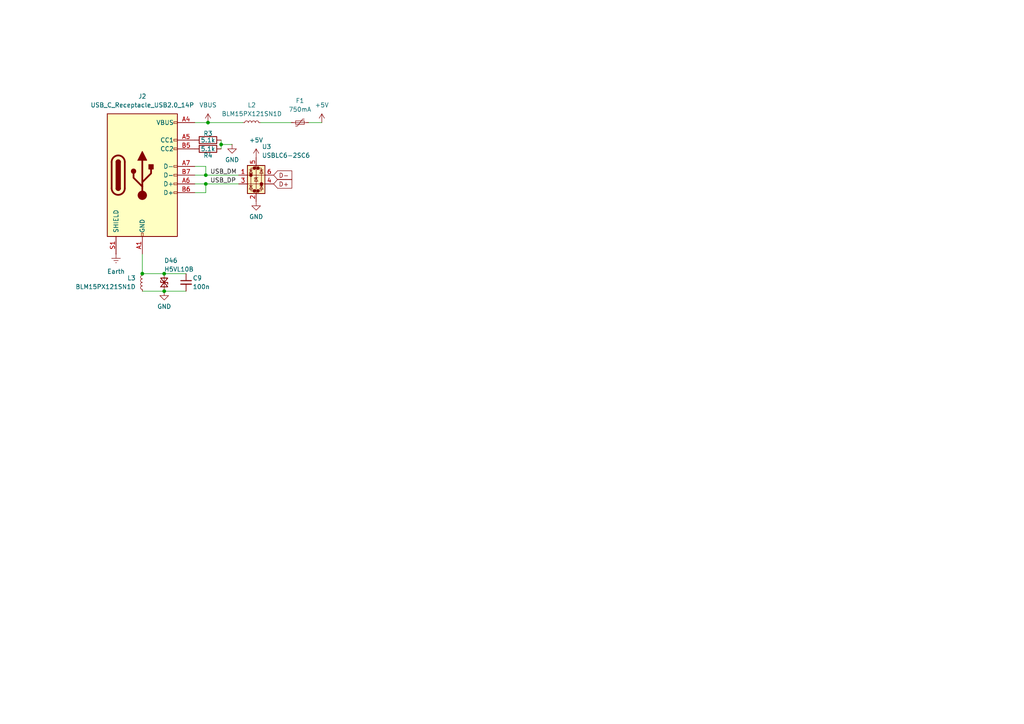
<source format=kicad_sch>
(kicad_sch (version 20250114) (generator "eeschema") (generator_version "9.0")
  (paper "A4")
  (lib_symbols
    (symbol "Connector:USB_C_Receptacle_USB2.0_14P" (pin_names (offset 1.016))
      (property "Reference" "J" (at 0 22.225 0))
      (property "Value" "USB_C_Receptacle_USB2.0_14P" (at 0 19.685 0))
      (symbol "USB_C_Receptacle_USB2.0_14P_0_0"
        (rectangle (start -0.254 -17.78) (end 0.254 -16.764))
        (rectangle (start 10.16 15.494) (end 9.144 14.986))
        (rectangle (start 10.16 10.414) (end 9.144 9.906))
        (rectangle (start 10.16 7.874) (end 9.144 7.366))
        (rectangle (start 10.16 2.794) (end 9.144 2.286))
        (rectangle (start 10.16 0.254) (end 9.144 -0.254))
        (rectangle (start 10.16 -2.286) (end 9.144 -2.794))
        (rectangle (start 10.16 -4.826) (end 9.144 -5.334))
      )
      (symbol "USB_C_Receptacle_USB2.0_14P_0_1"
        (rectangle (start -10.16 17.78) (end 10.16 -17.78) (stroke (width 0.254)) (fill (type background)))
        (polyline (pts (xy -8.89 -3.81) (xy -8.89 3.81)) (stroke (width 0.508)))
        (rectangle (start -7.62 -3.81) (end -6.35 3.81) (stroke (width 0.254)) (fill (type outline)))
        (arc (start -7.62 3.81) (mid -6.985 4.4423) (end -6.35 3.81) (stroke (width 0.254)))
        (arc (start -7.62 3.81) (mid -6.985 4.4423) (end -6.35 3.81) (stroke (width 0.254)) (fill (type outline)))
        (arc (start -8.89 3.81) (mid -6.985 5.7067) (end -5.08 3.81) (stroke (width 0.508)))
        (arc (start -5.08 -3.81) (mid -6.985 -5.7067) (end -8.89 -3.81) (stroke (width 0.508)))
        (arc (start -6.35 -3.81) (mid -6.985 -4.4423) (end -7.62 -3.81) (stroke (width 0.254)))
        (arc (start -6.35 -3.81) (mid -6.985 -4.4423) (end -7.62 -3.81) (stroke (width 0.254)) (fill (type outline)))
        (polyline (pts (xy -5.08 3.81) (xy -5.08 -3.81)) (stroke (width 0.508)))
        (circle (center -2.54 1.143) (radius 0.635) (stroke (width 0.254)) (fill (type outline)))
        (polyline (pts (xy -1.27 4.318) (xy 0 6.858) (xy 1.27 4.318) (xy -1.27 4.318)) (stroke (width 0.254)) (fill (type outline)))
        (polyline (pts (xy 0 -2.032) (xy 2.54 0.508) (xy 2.54 1.778)) (stroke (width 0.508)))
        (polyline (pts (xy 0 -3.302) (xy -2.54 -0.762) (xy -2.54 0.508)) (stroke (width 0.508)))
        (polyline (pts (xy 0 -5.842) (xy 0 4.318)) (stroke (width 0.508)))
        (circle (center 0 -5.842) (radius 1.27) (fill (type outline)))
        (rectangle (start 1.905 1.778) (end 3.175 3.048) (stroke (width 0.254)) (fill (type outline)))
      )
      (symbol "USB_C_Receptacle_USB2.0_14P_1_1"
        (pin passive line (at -7.62 -22.86 90) (length 5.08) (name "SHIELD") (number "S1"))
        (pin passive line (at 0 -22.86 90) (length 5.08) (name "GND") (number "A1"))
        (pin passive line (at 0 -22.86 90) (length 5.08) (hide yes) (name "GND") (number "A12"))
        (pin passive line (at 0 -22.86 90) (length 5.08) (hide yes) (name "GND") (number "B1"))
        (pin passive line (at 0 -22.86 90) (length 5.08) (hide yes) (name "GND") (number "B12"))
        (pin passive line (at 15.24 15.24 180) (length 5.08) (name "VBUS") (number "A4"))
        (pin passive line (at 15.24 15.24 180) (length 5.08) (hide yes) (name "VBUS") (number "A9"))
        (pin passive line (at 15.24 15.24 180) (length 5.08) (hide yes) (name "VBUS") (number "B4"))
        (pin passive line (at 15.24 15.24 180) (length 5.08) (hide yes) (name "VBUS") (number "B9"))
        (pin bidirectional line (at 15.24 10.16 180) (length 5.08) (name "CC1") (number "A5"))
        (pin bidirectional line (at 15.24 7.62 180) (length 5.08) (name "CC2") (number "B5"))
        (pin bidirectional line (at 15.24 2.54 180) (length 5.08) (name "D-") (number "A7"))
        (pin bidirectional line (at 15.24 0 180) (length 5.08) (name "D-") (number "B7"))
        (pin bidirectional line (at 15.24 -2.54 180) (length 5.08) (name "D+") (number "A6"))
        (pin bidirectional line (at 15.24 -5.08 180) (length 5.08) (name "D+") (number "B6"))
      )
    )
    (symbol "Device:C_Small" (pin_numbers (hide yes)) (pin_names (offset 0.254) (hide yes))
      (property "Reference" "C" (at 0.254 1.778 0))
      (property "Value" "C_Small" (at 0.254 -2.032 0))
      (symbol "C_Small_0_1"
        (polyline (pts (xy -1.524 0.508) (xy 1.524 0.508)) (stroke (width 0.3048)))
        (polyline (pts (xy -1.524 -0.508) (xy 1.524 -0.508)) (stroke (width 0.3302)))
      )
      (symbol "C_Small_1_1"
        (pin passive line (at 0 2.54 270) (length 2.032) (name "~") (number "1"))
        (pin passive line (at 0 -2.54 90) (length 2.032) (name "~") (number "2"))
      )
    )
    (symbol "Device:D_TVS_Small" (pin_numbers (hide yes)) (pin_names (offset 1.016) (hide yes))
      (property "Reference" "D" (at 0 2.54 0))
      (property "Value" "D_TVS_Small" (at 0 -2.54 0))
      (symbol "D_TVS_Small_0_1"
        (polyline (pts (xy -1.27 1.016) (xy -1.27 -1.016) (xy 1.27 1.016) (xy 1.27 -1.016) (xy -1.27 1.016)) (stroke (width 0.254)))
        (polyline (pts (xy -1.27 0) (xy 1.27 0)))
        (polyline (pts (xy 0.508 1.016) (xy 0 1.016) (xy 0 -1.016) (xy -0.508 -1.016)) (stroke (width 0.254)))
      )
      (symbol "D_TVS_Small_1_1"
        (pin passive line (at -2.54 0 0) (length 1.27) (name "A1") (number "1"))
        (pin passive line (at 2.54 0 180) (length 1.27) (name "A2") (number "2"))
      )
    )
    (symbol "Device:L_Small" (pin_numbers (hide yes)) (pin_names (offset 0.254) (hide yes))
      (property "Reference" "L" (at 0.762 1.016 0))
      (property "Value" "L_Small" (at 0.762 -1.016 0))
      (symbol "L_Small_0_1"
        (arc (start 0 2.032) (mid 0.5058 1.524) (end 0 1.016))
        (arc (start 0 1.016) (mid 0.5058 0.508) (end 0 0))
        (arc (start 0 0) (mid 0.5058 -0.508) (end 0 -1.016))
        (arc (start 0 -1.016) (mid 0.5058 -1.524) (end 0 -2.032))
      )
      (symbol "L_Small_1_1"
        (pin passive line (at 0 2.54 270) (length 0.508) (name "~") (number "1"))
        (pin passive line (at 0 -2.54 90) (length 0.508) (name "~") (number "2"))
      )
    )
    (symbol "Device:Polyfuse_Small" (pin_numbers (hide yes)) (pin_names (offset 0))
      (property "Reference" "F" (at -1.905 0 90))
      (property "Value" "Polyfuse_Small" (at 1.905 0 90))
      (symbol "Polyfuse_Small_0_1"
        (polyline (pts (xy -1.016 1.27) (xy -1.016 0.762) (xy 1.016 -0.762) (xy 1.016 -1.27)))
        (rectangle (start -0.508 1.27) (end 0.508 -1.27))
        (polyline (pts (xy 0 2.54) (xy 0 -2.54)))
      )
      (symbol "Polyfuse_Small_1_1"
        (pin passive line (at 0 2.54 270) (length 0.635) (name "~") (number "1"))
        (pin passive line (at 0 -2.54 90) (length 0.635) (name "~") (number "2"))
      )
    )
    (symbol "Device:R" (pin_numbers (hide yes)) (pin_names (offset 0))
      (property "Reference" "R" (at 2.032 0 90))
      (property "Value" "R" (at 0 0 90))
      (symbol "R_0_1"
        (rectangle (start -1.016 -2.54) (end 1.016 2.54) (stroke (width 0.254)))
      )
      (symbol "R_1_1"
        (pin passive line (at 0 3.81 270) (length 1.27) (name "~") (number "1"))
        (pin passive line (at 0 -3.81 90) (length 1.27) (name "~") (number "2"))
      )
    )
    (symbol "Power_Protection:USBLC6-2SC6" (pin_names (hide yes))
      (property "Reference" "U" (at 0.635 5.715 0))
      (property "Value" "USBLC6-2SC6" (at 0.635 3.81 0))
      (symbol "USBLC6-2SC6_0_0"
        (circle (center -1.524 0) (radius 0.0001) (stroke (width 0.508)))
        (circle (center -0.508 2.032) (radius 0.0001) (stroke (width 0.508)))
        (circle (center -0.508 -4.572) (radius 0.0001) (stroke (width 0.508)))
        (circle (center 0.508 2.032) (radius 0.0001) (stroke (width 0.508)))
        (circle (center 0.508 -4.572) (radius 0.0001) (stroke (width 0.508)))
        (circle (center 1.524 -2.54) (radius 0.0001) (stroke (width 0.508)))
      )
      (symbol "USBLC6-2SC6_0_1"
        (polyline (pts (xy -2.54 0) (xy 2.54 0)))
        (polyline (pts (xy -2.54 -2.54) (xy 2.54 -2.54)))
        (polyline (pts (xy -2.032 0.508) (xy -1.016 0.508) (xy -1.524 1.524) (xy -2.032 0.508)))
        (polyline (pts (xy -2.032 -3.048) (xy -1.016 -3.048)))
        (polyline (pts (xy -1.016 1.524) (xy -2.032 1.524)))
        (polyline (pts (xy -1.016 -4.064) (xy -2.032 -4.064) (xy -1.524 -3.048) (xy -1.016 -4.064)))
        (polyline (pts (xy -0.508 -1.143) (xy -0.508 -0.762) (xy 0.508 -0.762)))
        (polyline (pts (xy 0 2.54) (xy -0.508 2.032) (xy 0.508 2.032) (xy 0 1.524) (xy 0 -4.064) (xy -0.508 -4.572) (xy 0.508 -4.572) (xy 0 -5.08)))
        (polyline (pts (xy 0.508 -1.778) (xy -0.508 -1.778) (xy 0 -0.762) (xy 0.508 -1.778)))
        (polyline (pts (xy 1.016 1.524) (xy 2.032 1.524)))
        (polyline (pts (xy 1.016 -3.048) (xy 2.032 -3.048)))
        (polyline (pts (xy 2.032 0.508) (xy 1.016 0.508) (xy 1.524 1.524) (xy 2.032 0.508)))
        (polyline (pts (xy 2.032 -4.064) (xy 1.016 -4.064) (xy 1.524 -3.048) (xy 2.032 -4.064)))
      )
      (symbol "USBLC6-2SC6_1_1"
        (rectangle (start -2.54 2.794) (end 2.54 -5.334) (stroke (width 0.254)) (fill (type background)))
        (polyline (pts (xy -0.508 2.032) (xy -1.524 2.032) (xy -1.524 -4.572) (xy -0.508 -4.572)))
        (polyline (pts (xy 0.508 -4.572) (xy 1.524 -4.572) (xy 1.524 2.032) (xy 0.508 2.032)))
        (pin passive line (at -5.08 0 0) (length 2.54) (name "I/O1") (number "1"))
        (pin passive line (at -5.08 -2.54 0) (length 2.54) (name "I/O2") (number "3"))
        (pin passive line (at 0 5.08 270) (length 2.54) (name "VBUS") (number "5"))
        (pin passive line (at 0 -7.62 90) (length 2.54) (name "GND") (number "2"))
        (pin passive line (at 5.08 0 180) (length 2.54) (name "I/O1") (number "6"))
        (pin passive line (at 5.08 -2.54 180) (length 2.54) (name "I/O2") (number "4"))
      )
    )
    (symbol "power:+5V" (power) (pin_numbers (hide yes)) (pin_names (offset 0) (hide yes))
      (property "Value" "+5V" (at 0 3.556 0))
      (symbol "+5V_0_1"
        (polyline (pts (xy -0.762 1.27) (xy 0 2.54)))
        (polyline (pts (xy 0 2.54) (xy 0.762 1.27)))
        (polyline (pts (xy 0 0) (xy 0 2.54)))
      )
      (symbol "+5V_1_1"
        (pin power_in line (at 0 0 90) (length 0) (name "~") (number "1"))
      )
    )
    (symbol "power:Earth" (power) (pin_numbers (hide yes)) (pin_names (offset 0) (hide yes))
      (property "Value" "Earth" (at 0 -3.81 0))
      (symbol "Earth_0_1"
        (polyline (pts (xy -0.635 -1.905) (xy 0.635 -1.905)))
        (polyline (pts (xy -0.127 -2.54) (xy 0.127 -2.54)))
        (polyline (pts (xy 0 -1.27) (xy 0 0)))
        (polyline (pts (xy 1.27 -1.27) (xy -1.27 -1.27)))
      )
      (symbol "Earth_1_1"
        (pin power_in line (at 0 0 270) (length 0) (name "~") (number "1"))
      )
    )
    (symbol "power:GND" (power) (pin_numbers (hide yes)) (pin_names (offset 0) (hide yes))
      (property "Value" "GND" (at 0 -3.81 0))
      (symbol "GND_0_1"
        (polyline (pts (xy 0 0) (xy 0 -1.27) (xy 1.27 -1.27) (xy 0 -2.54) (xy -1.27 -1.27) (xy 0 -1.27)))
      )
      (symbol "GND_1_1"
        (pin power_in line (at 0 0 270) (length 0) (name "~") (number "1"))
      )
    )
    (symbol "power:VBUS" (power) (pin_numbers (hide yes)) (pin_names (offset 0) (hide yes))
      (property "Value" "VBUS" (at 0 3.556 0))
      (symbol "VBUS_0_1"
        (polyline (pts (xy -0.762 1.27) (xy 0 2.54)))
        (polyline (pts (xy 0 2.54) (xy 0.762 1.27)))
        (polyline (pts (xy 0 0) (xy 0 2.54)))
      )
      (symbol "VBUS_1_1"
        (pin power_in line (at 0 0 90) (length 0) (name "~") (number "1"))
      )
    )
  )
  (junction (at 59.69 53.34))
  (junction (at 60.325 35.56))
  (junction (at 64.135 41.91))
  (junction (at 41.275 79.375))
  (junction (at 47.625 79.375))
  (junction (at 47.625 84.455))
  (junction (at 59.69 50.8))
  (wire (pts (xy 67.31 41.91) (xy 64.135 41.91)))
  (wire (pts (xy 41.275 79.375) (xy 47.625 79.375)))
  (wire (pts (xy 59.69 50.8) (xy 69.215 50.8)))
  (wire (pts (xy 75.565 35.56) (xy 84.455 35.56)))
  (wire (pts (xy 59.69 55.88) (xy 59.69 53.34)))
  (wire (pts (xy 41.275 84.455) (xy 47.625 84.455)))
  (wire (pts (xy 56.515 53.34) (xy 59.69 53.34)))
  (wire (pts (xy 64.135 41.91) (xy 64.135 40.64)))
  (wire (pts (xy 60.325 35.56) (xy 70.485 35.56)))
  (wire (pts (xy 59.69 50.8) (xy 59.69 48.26)))
  (wire (pts (xy 89.535 35.56) (xy 93.345 35.56)))
  (wire (pts (xy 64.135 41.91) (xy 64.135 43.18)))
  (wire (pts (xy 56.515 50.8) (xy 59.69 50.8)))
  (wire (pts (xy 47.625 79.375) (xy 53.975 79.375)))
  (wire (pts (xy 56.515 55.88) (xy 59.69 55.88)))
  (wire (pts (xy 59.69 48.26) (xy 56.515 48.26)))
  (wire (pts (xy 56.515 35.56) (xy 60.325 35.56)))
  (wire (pts (xy 41.275 79.375) (xy 41.275 73.66)))
  (wire (pts (xy 59.69 53.34) (xy 69.215 53.34)))
  (wire (pts (xy 47.625 84.455) (xy 53.975 84.455)))
  (label "USB_DM" (at 60.96 50.8 0))
  (label "USB_DP" (at 60.96 53.34 0))
  (global_label "D+" (shape input) (at 79.375 53.34 0) (property "Intersheetrefs" "${INTERSHEET_REFS}" (effects (hide yes))))
  (global_label "D-" (shape input) (at 79.375 50.8 0) (property "Intersheetrefs" "${INTERSHEET_REFS}" (effects (hide yes))))
  (symbol (lib_id "power:GND") (at 47.625 84.455 0) (unit 1)
    (property "Reference" "#PWR022" (effects (hide yes)))
    (property "Value" "GND" (at 47.625 88.9 0))
    (property "Description" "Power symbol creates a global label with name \"GND\" , ground" (effects (hide yes)))
  )
  (symbol (lib_id "Device:D_TVS_Small") (at 47.625 81.915 90) (unit 1)
    (property "Reference" "D46" (at 47.625 75.565 90) (effects (justify right)))
    (property "Value" "H5VL10B" (at 47.625 78.105 90) (effects (justify right)))
    (property "Footprint" "Diode_SMD:D_SOD-882" (effects (hide yes)))
    (property "Description" "Bidirectional transient-voltage-suppression diode, small symbol" (effects (hide yes)))
  )
  (symbol (lib_id "Device:L_Small") (at 73.025 35.56 90) (unit 1)
    (property "Reference" "L2" (at 73.025 30.48 90))
    (property "Value" "BLM15PX121SN1D" (at 73.025 33.02 90))
    (property "Footprint" "Inductor_SMD:L_0402_1005Metric" (effects (hide yes)))
    (property "Description" "Inductor, small symbol" (effects (hide yes)))
  )
  (symbol (lib_id "Device:Polyfuse_Small") (at 86.995 35.56 90) (unit 1)
    (property "Reference" "F1" (at 86.995 29.21 90))
    (property "Value" "750mA" (at 86.995 31.75 90))
    (property "Footprint" "Fuse:Fuse_0805_2012Metric" (effects (hide yes)))
    (property "Description" "Resettable fuse, polymeric positive temperature coefficient, small symbol" (effects (hide yes)))
  )
  (symbol (lib_id "power:Earth") (at 33.655 73.66 0) (unit 1)
    (property "Reference" "#PWR021" (effects (hide yes)))
    (property "Value" "Earth" (at 33.655 78.74 0))
    (property "Description" "Power symbol creates a global label with name \"Earth\"" (effects (hide yes)))
  )
  (symbol (lib_id "power:GND") (at 67.31 41.91 0) (unit 1)
    (property "Reference" "#PWR018" (effects (hide yes)))
    (property "Value" "GND" (at 67.31 46.355 0))
    (property "Description" "Power symbol creates a global label with name \"GND\" , ground" (effects (hide yes)))
  )
  (symbol (lib_id "Device:C_Small") (at 53.975 81.915 0) (unit 1)
    (property "Reference" "C9" (at 55.88 80.645 0) (effects (justify left)))
    (property "Value" "100n" (at 55.88 83.185 0) (effects (justify left)))
    (property "Footprint" "Capacitor_SMD:C_0402_1005Metric" (effects (hide yes)))
  )
  (symbol (lib_id "Power_Protection:USBLC6-2SC6") (at 74.295 50.8 0) (unit 1)
    (property "Reference" "U3" (at 75.9461 42.545 0) (effects (justify left)))
    (property "Value" "USBLC6-2SC6" (at 75.9461 45.085 0) (effects (justify left)))
    (property "Footprint" "Package_TO_SOT_SMD:SOT-23-6" (effects (hide yes)))
    (property "Datasheet" "https://www.st.com/resource/en/datasheet/usblc6-2.pdf" (effects (hide yes)))
    (property "Description" "Very low capacitance ESD protection diode, 2 data-line, SOT-23-6" (effects (hide yes)))
  )
  (symbol (lib_id "Device:R") (at 60.325 40.64 270) (unit 1)
    (property "Reference" "R3" (at 60.325 38.735 90))
    (property "Value" "5.1k" (at 60.325 40.64 90))
    (property "Footprint" "Resistor_SMD:R_0603_1608Metric" (effects (hide yes)))
    (property "Description" "Resistor" (effects (hide yes)))
  )
  (symbol (lib_id "Device:L_Small") (at 41.275 81.915 0) (mirror y) (unit 1)
    (property "Reference" "L3" (at 39.37 80.6449 0) (effects (justify left)))
    (property "Value" "BLM15PX121SN1D" (at 39.37 83.1849 0) (effects (justify left)))
    (property "Footprint" "Inductor_SMD:L_0402_1005Metric" (effects (hide yes)))
    (property "Description" "Inductor, small symbol" (effects (hide yes)))
  )
  (symbol (lib_id "power:+5V") (at 93.345 35.56 0) (unit 1)
    (property "Reference" "#PWR017" (effects (hide yes)))
    (property "Value" "+5V" (at 93.345 30.48 0))
    (property "Description" "Power symbol creates a global label with name \"+5V\"" (effects (hide yes)))
  )
  (symbol (lib_id "power:+5V") (at 74.295 45.72 0) (unit 1)
    (property "Reference" "#PWR019" (effects (hide yes)))
    (property "Value" "+5V" (at 74.295 40.64 0))
    (property "Description" "Power symbol creates a global label with name \"+5V\"" (effects (hide yes)))
  )
  (symbol (lib_id "power:VBUS") (at 60.325 35.56 0) (unit 1)
    (property "Reference" "#PWR016" (effects (hide yes)))
    (property "Value" "VBUS" (at 60.325 30.48 0))
    (property "Description" "Power symbol creates a global label with name \"VBUS\"" (effects (hide yes)))
  )
  (symbol (lib_id "Connector:USB_C_Receptacle_USB2.0_14P") (at 41.275 50.8 0) (unit 1)
    (property "Reference" "J2" (at 41.275 27.94 0))
    (property "Value" "USB_C_Receptacle_USB2.0_14P" (at 41.275 30.48 0))
    (property "Footprint" "Connector_USB:USB_C_Receptacle_G-Switch_GT-USB-7010ASV" (effects (hide yes)))
    (property "Datasheet" "https://www.usb.org/sites/default/files/documents/usb_type-c.zip" (effects (hide yes)))
    (property "Description" "USB 2.0-only 14P Type-C Receptacle connector" (effects (hide yes)))
  )
  (symbol (lib_id "Device:R") (at 60.325 43.18 270) (unit 1)
    (property "Reference" "R4" (at 60.325 45.085 90))
    (property "Value" "5.1k" (at 60.325 43.18 90))
    (property "Footprint" "Resistor_SMD:R_0603_1608Metric" (effects (hide yes)))
    (property "Description" "Resistor" (effects (hide yes)))
  )
  (symbol (lib_id "power:GND") (at 74.295 58.42 0) (unit 1)
    (property "Reference" "#PWR020" (effects (hide yes)))
    (property "Value" "GND" (at 74.295 62.865 0))
    (property "Description" "Power symbol creates a global label with name \"GND\" , ground" (effects (hide yes)))
  )
)
</source>
